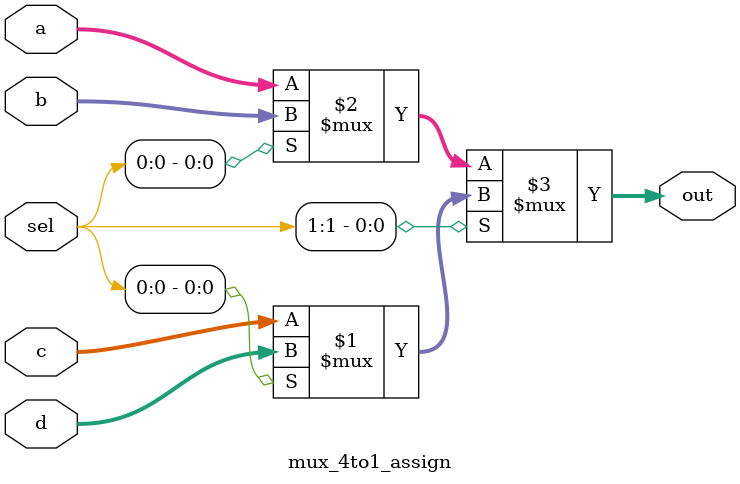
<source format=v>
module mux_4to1_assign ( input [1:0] a,                 // 4-bit input called a
                         input [1:0] b,                 // 4-bit input called b
                         input [1:0] c,                 // 4-bit input called c
                         input [1:0] d,                 // 4-bit input called d
                         input [1:0] sel,               // input sel used to select between a,b,c,d
                         output [1:0] out);             // 4-bit output based on input sel

   assign out = sel[1] ? (sel[0] ? d : c) : (sel[0] ? b : a); 
 
endmodule

</source>
